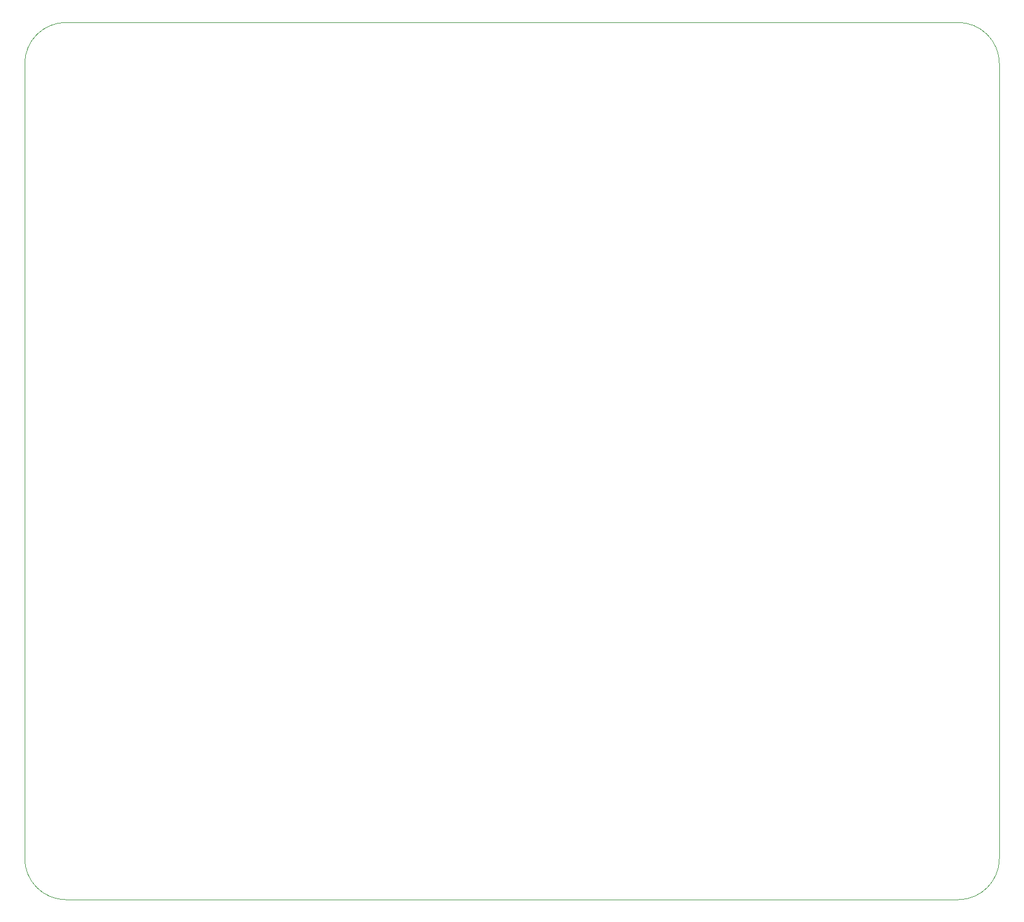
<source format=gbr>
%TF.GenerationSoftware,KiCad,Pcbnew,7.0.7*%
%TF.CreationDate,2023-09-25T15:17:22+09:00*%
%TF.ProjectId,TMA-1,544d412d-312e-46b6-9963-61645f706362,rev?*%
%TF.SameCoordinates,Original*%
%TF.FileFunction,Profile,NP*%
%FSLAX46Y46*%
G04 Gerber Fmt 4.6, Leading zero omitted, Abs format (unit mm)*
G04 Created by KiCad (PCBNEW 7.0.7) date 2023-09-25 15:17:22*
%MOMM*%
%LPD*%
G01*
G04 APERTURE LIST*
%TA.AperFunction,Profile*%
%ADD10C,0.100000*%
%TD*%
G04 APERTURE END LIST*
D10*
X210312000Y-159131000D02*
X78740000Y-159131000D01*
X216408000Y-35687000D02*
G75*
G03*
X210312000Y-29591000I-6096000J0D01*
G01*
X78740000Y-29591000D02*
X210312000Y-29591000D01*
X72644000Y-153035000D02*
G75*
G03*
X78740000Y-159131000I6096000J0D01*
G01*
X210312000Y-159131000D02*
G75*
G03*
X216408000Y-153035000I0J6096000D01*
G01*
X72644000Y-153035000D02*
X72644000Y-35687000D01*
X78740000Y-29591000D02*
G75*
G03*
X72644000Y-35687000I0J-6096000D01*
G01*
X216408000Y-35687000D02*
X216408000Y-153035000D01*
M02*

</source>
